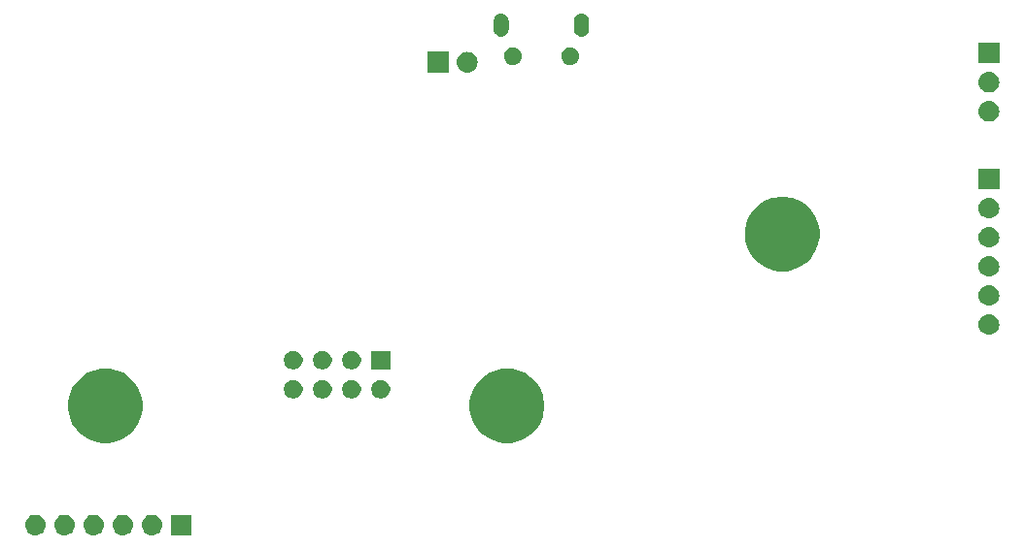
<source format=gbr>
G04 #@! TF.GenerationSoftware,KiCad,Pcbnew,5.1.2-f72e74a~84~ubuntu18.04.1*
G04 #@! TF.CreationDate,2019-05-12T20:09:00+01:00*
G04 #@! TF.ProjectId,cutoff-hardware,6375746f-6666-42d6-9861-726477617265,1.1*
G04 #@! TF.SameCoordinates,Original*
G04 #@! TF.FileFunction,Soldermask,Bot*
G04 #@! TF.FilePolarity,Negative*
%FSLAX46Y46*%
G04 Gerber Fmt 4.6, Leading zero omitted, Abs format (unit mm)*
G04 Created by KiCad (PCBNEW 5.1.2-f72e74a~84~ubuntu18.04.1) date 2019-05-12 20:09:00*
%MOMM*%
%LPD*%
G04 APERTURE LIST*
%ADD10C,0.100000*%
G04 APERTURE END LIST*
D10*
G36*
X123501000Y-115301000D02*
G01*
X121699000Y-115301000D01*
X121699000Y-113499000D01*
X123501000Y-113499000D01*
X123501000Y-115301000D01*
X123501000Y-115301000D01*
G37*
G36*
X120170443Y-113505519D02*
G01*
X120236627Y-113512037D01*
X120406466Y-113563557D01*
X120562991Y-113647222D01*
X120598729Y-113676552D01*
X120700186Y-113759814D01*
X120783448Y-113861271D01*
X120812778Y-113897009D01*
X120896443Y-114053534D01*
X120947963Y-114223373D01*
X120965359Y-114400000D01*
X120947963Y-114576627D01*
X120896443Y-114746466D01*
X120812778Y-114902991D01*
X120783448Y-114938729D01*
X120700186Y-115040186D01*
X120598729Y-115123448D01*
X120562991Y-115152778D01*
X120406466Y-115236443D01*
X120236627Y-115287963D01*
X120170442Y-115294482D01*
X120104260Y-115301000D01*
X120015740Y-115301000D01*
X119949558Y-115294482D01*
X119883373Y-115287963D01*
X119713534Y-115236443D01*
X119557009Y-115152778D01*
X119521271Y-115123448D01*
X119419814Y-115040186D01*
X119336552Y-114938729D01*
X119307222Y-114902991D01*
X119223557Y-114746466D01*
X119172037Y-114576627D01*
X119154641Y-114400000D01*
X119172037Y-114223373D01*
X119223557Y-114053534D01*
X119307222Y-113897009D01*
X119336552Y-113861271D01*
X119419814Y-113759814D01*
X119521271Y-113676552D01*
X119557009Y-113647222D01*
X119713534Y-113563557D01*
X119883373Y-113512037D01*
X119949557Y-113505519D01*
X120015740Y-113499000D01*
X120104260Y-113499000D01*
X120170443Y-113505519D01*
X120170443Y-113505519D01*
G37*
G36*
X110010443Y-113505519D02*
G01*
X110076627Y-113512037D01*
X110246466Y-113563557D01*
X110402991Y-113647222D01*
X110438729Y-113676552D01*
X110540186Y-113759814D01*
X110623448Y-113861271D01*
X110652778Y-113897009D01*
X110736443Y-114053534D01*
X110787963Y-114223373D01*
X110805359Y-114400000D01*
X110787963Y-114576627D01*
X110736443Y-114746466D01*
X110652778Y-114902991D01*
X110623448Y-114938729D01*
X110540186Y-115040186D01*
X110438729Y-115123448D01*
X110402991Y-115152778D01*
X110246466Y-115236443D01*
X110076627Y-115287963D01*
X110010442Y-115294482D01*
X109944260Y-115301000D01*
X109855740Y-115301000D01*
X109789558Y-115294482D01*
X109723373Y-115287963D01*
X109553534Y-115236443D01*
X109397009Y-115152778D01*
X109361271Y-115123448D01*
X109259814Y-115040186D01*
X109176552Y-114938729D01*
X109147222Y-114902991D01*
X109063557Y-114746466D01*
X109012037Y-114576627D01*
X108994641Y-114400000D01*
X109012037Y-114223373D01*
X109063557Y-114053534D01*
X109147222Y-113897009D01*
X109176552Y-113861271D01*
X109259814Y-113759814D01*
X109361271Y-113676552D01*
X109397009Y-113647222D01*
X109553534Y-113563557D01*
X109723373Y-113512037D01*
X109789557Y-113505519D01*
X109855740Y-113499000D01*
X109944260Y-113499000D01*
X110010443Y-113505519D01*
X110010443Y-113505519D01*
G37*
G36*
X112550443Y-113505519D02*
G01*
X112616627Y-113512037D01*
X112786466Y-113563557D01*
X112942991Y-113647222D01*
X112978729Y-113676552D01*
X113080186Y-113759814D01*
X113163448Y-113861271D01*
X113192778Y-113897009D01*
X113276443Y-114053534D01*
X113327963Y-114223373D01*
X113345359Y-114400000D01*
X113327963Y-114576627D01*
X113276443Y-114746466D01*
X113192778Y-114902991D01*
X113163448Y-114938729D01*
X113080186Y-115040186D01*
X112978729Y-115123448D01*
X112942991Y-115152778D01*
X112786466Y-115236443D01*
X112616627Y-115287963D01*
X112550442Y-115294482D01*
X112484260Y-115301000D01*
X112395740Y-115301000D01*
X112329558Y-115294482D01*
X112263373Y-115287963D01*
X112093534Y-115236443D01*
X111937009Y-115152778D01*
X111901271Y-115123448D01*
X111799814Y-115040186D01*
X111716552Y-114938729D01*
X111687222Y-114902991D01*
X111603557Y-114746466D01*
X111552037Y-114576627D01*
X111534641Y-114400000D01*
X111552037Y-114223373D01*
X111603557Y-114053534D01*
X111687222Y-113897009D01*
X111716552Y-113861271D01*
X111799814Y-113759814D01*
X111901271Y-113676552D01*
X111937009Y-113647222D01*
X112093534Y-113563557D01*
X112263373Y-113512037D01*
X112329557Y-113505519D01*
X112395740Y-113499000D01*
X112484260Y-113499000D01*
X112550443Y-113505519D01*
X112550443Y-113505519D01*
G37*
G36*
X115090443Y-113505519D02*
G01*
X115156627Y-113512037D01*
X115326466Y-113563557D01*
X115482991Y-113647222D01*
X115518729Y-113676552D01*
X115620186Y-113759814D01*
X115703448Y-113861271D01*
X115732778Y-113897009D01*
X115816443Y-114053534D01*
X115867963Y-114223373D01*
X115885359Y-114400000D01*
X115867963Y-114576627D01*
X115816443Y-114746466D01*
X115732778Y-114902991D01*
X115703448Y-114938729D01*
X115620186Y-115040186D01*
X115518729Y-115123448D01*
X115482991Y-115152778D01*
X115326466Y-115236443D01*
X115156627Y-115287963D01*
X115090442Y-115294482D01*
X115024260Y-115301000D01*
X114935740Y-115301000D01*
X114869558Y-115294482D01*
X114803373Y-115287963D01*
X114633534Y-115236443D01*
X114477009Y-115152778D01*
X114441271Y-115123448D01*
X114339814Y-115040186D01*
X114256552Y-114938729D01*
X114227222Y-114902991D01*
X114143557Y-114746466D01*
X114092037Y-114576627D01*
X114074641Y-114400000D01*
X114092037Y-114223373D01*
X114143557Y-114053534D01*
X114227222Y-113897009D01*
X114256552Y-113861271D01*
X114339814Y-113759814D01*
X114441271Y-113676552D01*
X114477009Y-113647222D01*
X114633534Y-113563557D01*
X114803373Y-113512037D01*
X114869557Y-113505519D01*
X114935740Y-113499000D01*
X115024260Y-113499000D01*
X115090443Y-113505519D01*
X115090443Y-113505519D01*
G37*
G36*
X117630443Y-113505519D02*
G01*
X117696627Y-113512037D01*
X117866466Y-113563557D01*
X118022991Y-113647222D01*
X118058729Y-113676552D01*
X118160186Y-113759814D01*
X118243448Y-113861271D01*
X118272778Y-113897009D01*
X118356443Y-114053534D01*
X118407963Y-114223373D01*
X118425359Y-114400000D01*
X118407963Y-114576627D01*
X118356443Y-114746466D01*
X118272778Y-114902991D01*
X118243448Y-114938729D01*
X118160186Y-115040186D01*
X118058729Y-115123448D01*
X118022991Y-115152778D01*
X117866466Y-115236443D01*
X117696627Y-115287963D01*
X117630442Y-115294482D01*
X117564260Y-115301000D01*
X117475740Y-115301000D01*
X117409558Y-115294482D01*
X117343373Y-115287963D01*
X117173534Y-115236443D01*
X117017009Y-115152778D01*
X116981271Y-115123448D01*
X116879814Y-115040186D01*
X116796552Y-114938729D01*
X116767222Y-114902991D01*
X116683557Y-114746466D01*
X116632037Y-114576627D01*
X116614641Y-114400000D01*
X116632037Y-114223373D01*
X116683557Y-114053534D01*
X116767222Y-113897009D01*
X116796552Y-113861271D01*
X116879814Y-113759814D01*
X116981271Y-113676552D01*
X117017009Y-113647222D01*
X117173534Y-113563557D01*
X117343373Y-113512037D01*
X117409557Y-113505519D01*
X117475740Y-113499000D01*
X117564260Y-113499000D01*
X117630443Y-113505519D01*
X117630443Y-113505519D01*
G37*
G36*
X116484877Y-100781757D02*
G01*
X116948282Y-100873934D01*
X117539926Y-101119001D01*
X118072392Y-101474784D01*
X118525216Y-101927608D01*
X118880999Y-102460074D01*
X119126066Y-103051718D01*
X119179780Y-103321757D01*
X119251000Y-103679803D01*
X119251000Y-104320197D01*
X119188533Y-104634239D01*
X119126066Y-104948282D01*
X118880999Y-105539926D01*
X118525216Y-106072392D01*
X118072392Y-106525216D01*
X117539926Y-106880999D01*
X116948282Y-107126066D01*
X116634239Y-107188533D01*
X116320197Y-107251000D01*
X115679803Y-107251000D01*
X115365761Y-107188533D01*
X115051718Y-107126066D01*
X114460074Y-106880999D01*
X113927608Y-106525216D01*
X113474784Y-106072392D01*
X113119001Y-105539926D01*
X112873934Y-104948282D01*
X112811467Y-104634239D01*
X112749000Y-104320197D01*
X112749000Y-103679803D01*
X112820220Y-103321757D01*
X112873934Y-103051718D01*
X113119001Y-102460074D01*
X113474784Y-101927608D01*
X113927608Y-101474784D01*
X114460074Y-101119001D01*
X115051718Y-100873934D01*
X115515123Y-100781757D01*
X115679803Y-100749000D01*
X116320197Y-100749000D01*
X116484877Y-100781757D01*
X116484877Y-100781757D01*
G37*
G36*
X151484877Y-100781757D02*
G01*
X151948282Y-100873934D01*
X152539926Y-101119001D01*
X153072392Y-101474784D01*
X153525216Y-101927608D01*
X153880999Y-102460074D01*
X154126066Y-103051718D01*
X154179780Y-103321757D01*
X154251000Y-103679803D01*
X154251000Y-104320197D01*
X154188533Y-104634239D01*
X154126066Y-104948282D01*
X153880999Y-105539926D01*
X153525216Y-106072392D01*
X153072392Y-106525216D01*
X152539926Y-106880999D01*
X151948282Y-107126066D01*
X151634239Y-107188533D01*
X151320197Y-107251000D01*
X150679803Y-107251000D01*
X150365761Y-107188533D01*
X150051718Y-107126066D01*
X149460074Y-106880999D01*
X148927608Y-106525216D01*
X148474784Y-106072392D01*
X148119001Y-105539926D01*
X147873934Y-104948282D01*
X147811467Y-104634239D01*
X147749000Y-104320197D01*
X147749000Y-103679803D01*
X147820220Y-103321757D01*
X147873934Y-103051718D01*
X148119001Y-102460074D01*
X148474784Y-101927608D01*
X148927608Y-101474784D01*
X149460074Y-101119001D01*
X150051718Y-100873934D01*
X150515123Y-100781757D01*
X150679803Y-100749000D01*
X151320197Y-100749000D01*
X151484877Y-100781757D01*
X151484877Y-100781757D01*
G37*
G36*
X140237142Y-101758242D02*
G01*
X140385101Y-101819529D01*
X140518255Y-101908499D01*
X140631501Y-102021745D01*
X140720471Y-102154899D01*
X140781758Y-102302858D01*
X140813000Y-102459925D01*
X140813000Y-102620075D01*
X140781758Y-102777142D01*
X140720471Y-102925101D01*
X140631501Y-103058255D01*
X140518255Y-103171501D01*
X140385101Y-103260471D01*
X140237142Y-103321758D01*
X140080075Y-103353000D01*
X139919925Y-103353000D01*
X139762858Y-103321758D01*
X139614899Y-103260471D01*
X139481745Y-103171501D01*
X139368499Y-103058255D01*
X139279529Y-102925101D01*
X139218242Y-102777142D01*
X139187000Y-102620075D01*
X139187000Y-102459925D01*
X139218242Y-102302858D01*
X139279529Y-102154899D01*
X139368499Y-102021745D01*
X139481745Y-101908499D01*
X139614899Y-101819529D01*
X139762858Y-101758242D01*
X139919925Y-101727000D01*
X140080075Y-101727000D01*
X140237142Y-101758242D01*
X140237142Y-101758242D01*
G37*
G36*
X132617142Y-101758242D02*
G01*
X132765101Y-101819529D01*
X132898255Y-101908499D01*
X133011501Y-102021745D01*
X133100471Y-102154899D01*
X133161758Y-102302858D01*
X133193000Y-102459925D01*
X133193000Y-102620075D01*
X133161758Y-102777142D01*
X133100471Y-102925101D01*
X133011501Y-103058255D01*
X132898255Y-103171501D01*
X132765101Y-103260471D01*
X132617142Y-103321758D01*
X132460075Y-103353000D01*
X132299925Y-103353000D01*
X132142858Y-103321758D01*
X131994899Y-103260471D01*
X131861745Y-103171501D01*
X131748499Y-103058255D01*
X131659529Y-102925101D01*
X131598242Y-102777142D01*
X131567000Y-102620075D01*
X131567000Y-102459925D01*
X131598242Y-102302858D01*
X131659529Y-102154899D01*
X131748499Y-102021745D01*
X131861745Y-101908499D01*
X131994899Y-101819529D01*
X132142858Y-101758242D01*
X132299925Y-101727000D01*
X132460075Y-101727000D01*
X132617142Y-101758242D01*
X132617142Y-101758242D01*
G37*
G36*
X135157142Y-101758242D02*
G01*
X135305101Y-101819529D01*
X135438255Y-101908499D01*
X135551501Y-102021745D01*
X135640471Y-102154899D01*
X135701758Y-102302858D01*
X135733000Y-102459925D01*
X135733000Y-102620075D01*
X135701758Y-102777142D01*
X135640471Y-102925101D01*
X135551501Y-103058255D01*
X135438255Y-103171501D01*
X135305101Y-103260471D01*
X135157142Y-103321758D01*
X135000075Y-103353000D01*
X134839925Y-103353000D01*
X134682858Y-103321758D01*
X134534899Y-103260471D01*
X134401745Y-103171501D01*
X134288499Y-103058255D01*
X134199529Y-102925101D01*
X134138242Y-102777142D01*
X134107000Y-102620075D01*
X134107000Y-102459925D01*
X134138242Y-102302858D01*
X134199529Y-102154899D01*
X134288499Y-102021745D01*
X134401745Y-101908499D01*
X134534899Y-101819529D01*
X134682858Y-101758242D01*
X134839925Y-101727000D01*
X135000075Y-101727000D01*
X135157142Y-101758242D01*
X135157142Y-101758242D01*
G37*
G36*
X137697142Y-101758242D02*
G01*
X137845101Y-101819529D01*
X137978255Y-101908499D01*
X138091501Y-102021745D01*
X138180471Y-102154899D01*
X138241758Y-102302858D01*
X138273000Y-102459925D01*
X138273000Y-102620075D01*
X138241758Y-102777142D01*
X138180471Y-102925101D01*
X138091501Y-103058255D01*
X137978255Y-103171501D01*
X137845101Y-103260471D01*
X137697142Y-103321758D01*
X137540075Y-103353000D01*
X137379925Y-103353000D01*
X137222858Y-103321758D01*
X137074899Y-103260471D01*
X136941745Y-103171501D01*
X136828499Y-103058255D01*
X136739529Y-102925101D01*
X136678242Y-102777142D01*
X136647000Y-102620075D01*
X136647000Y-102459925D01*
X136678242Y-102302858D01*
X136739529Y-102154899D01*
X136828499Y-102021745D01*
X136941745Y-101908499D01*
X137074899Y-101819529D01*
X137222858Y-101758242D01*
X137379925Y-101727000D01*
X137540075Y-101727000D01*
X137697142Y-101758242D01*
X137697142Y-101758242D01*
G37*
G36*
X140813000Y-100813000D02*
G01*
X139187000Y-100813000D01*
X139187000Y-99187000D01*
X140813000Y-99187000D01*
X140813000Y-100813000D01*
X140813000Y-100813000D01*
G37*
G36*
X135157142Y-99218242D02*
G01*
X135305101Y-99279529D01*
X135438255Y-99368499D01*
X135551501Y-99481745D01*
X135640471Y-99614899D01*
X135701758Y-99762858D01*
X135733000Y-99919925D01*
X135733000Y-100080075D01*
X135701758Y-100237142D01*
X135640471Y-100385101D01*
X135551501Y-100518255D01*
X135438255Y-100631501D01*
X135305101Y-100720471D01*
X135157142Y-100781758D01*
X135000075Y-100813000D01*
X134839925Y-100813000D01*
X134682858Y-100781758D01*
X134534899Y-100720471D01*
X134401745Y-100631501D01*
X134288499Y-100518255D01*
X134199529Y-100385101D01*
X134138242Y-100237142D01*
X134107000Y-100080075D01*
X134107000Y-99919925D01*
X134138242Y-99762858D01*
X134199529Y-99614899D01*
X134288499Y-99481745D01*
X134401745Y-99368499D01*
X134534899Y-99279529D01*
X134682858Y-99218242D01*
X134839925Y-99187000D01*
X135000075Y-99187000D01*
X135157142Y-99218242D01*
X135157142Y-99218242D01*
G37*
G36*
X132617142Y-99218242D02*
G01*
X132765101Y-99279529D01*
X132898255Y-99368499D01*
X133011501Y-99481745D01*
X133100471Y-99614899D01*
X133161758Y-99762858D01*
X133193000Y-99919925D01*
X133193000Y-100080075D01*
X133161758Y-100237142D01*
X133100471Y-100385101D01*
X133011501Y-100518255D01*
X132898255Y-100631501D01*
X132765101Y-100720471D01*
X132617142Y-100781758D01*
X132460075Y-100813000D01*
X132299925Y-100813000D01*
X132142858Y-100781758D01*
X131994899Y-100720471D01*
X131861745Y-100631501D01*
X131748499Y-100518255D01*
X131659529Y-100385101D01*
X131598242Y-100237142D01*
X131567000Y-100080075D01*
X131567000Y-99919925D01*
X131598242Y-99762858D01*
X131659529Y-99614899D01*
X131748499Y-99481745D01*
X131861745Y-99368499D01*
X131994899Y-99279529D01*
X132142858Y-99218242D01*
X132299925Y-99187000D01*
X132460075Y-99187000D01*
X132617142Y-99218242D01*
X132617142Y-99218242D01*
G37*
G36*
X137697142Y-99218242D02*
G01*
X137845101Y-99279529D01*
X137978255Y-99368499D01*
X138091501Y-99481745D01*
X138180471Y-99614899D01*
X138241758Y-99762858D01*
X138273000Y-99919925D01*
X138273000Y-100080075D01*
X138241758Y-100237142D01*
X138180471Y-100385101D01*
X138091501Y-100518255D01*
X137978255Y-100631501D01*
X137845101Y-100720471D01*
X137697142Y-100781758D01*
X137540075Y-100813000D01*
X137379925Y-100813000D01*
X137222858Y-100781758D01*
X137074899Y-100720471D01*
X136941745Y-100631501D01*
X136828499Y-100518255D01*
X136739529Y-100385101D01*
X136678242Y-100237142D01*
X136647000Y-100080075D01*
X136647000Y-99919925D01*
X136678242Y-99762858D01*
X136739529Y-99614899D01*
X136828499Y-99481745D01*
X136941745Y-99368499D01*
X137074899Y-99279529D01*
X137222858Y-99218242D01*
X137379925Y-99187000D01*
X137540075Y-99187000D01*
X137697142Y-99218242D01*
X137697142Y-99218242D01*
G37*
G36*
X193110443Y-96005519D02*
G01*
X193176627Y-96012037D01*
X193346466Y-96063557D01*
X193502991Y-96147222D01*
X193538729Y-96176552D01*
X193640186Y-96259814D01*
X193723448Y-96361271D01*
X193752778Y-96397009D01*
X193836443Y-96553534D01*
X193887963Y-96723373D01*
X193905359Y-96900000D01*
X193887963Y-97076627D01*
X193836443Y-97246466D01*
X193752778Y-97402991D01*
X193723448Y-97438729D01*
X193640186Y-97540186D01*
X193538729Y-97623448D01*
X193502991Y-97652778D01*
X193346466Y-97736443D01*
X193176627Y-97787963D01*
X193110443Y-97794481D01*
X193044260Y-97801000D01*
X192955740Y-97801000D01*
X192889557Y-97794481D01*
X192823373Y-97787963D01*
X192653534Y-97736443D01*
X192497009Y-97652778D01*
X192461271Y-97623448D01*
X192359814Y-97540186D01*
X192276552Y-97438729D01*
X192247222Y-97402991D01*
X192163557Y-97246466D01*
X192112037Y-97076627D01*
X192094641Y-96900000D01*
X192112037Y-96723373D01*
X192163557Y-96553534D01*
X192247222Y-96397009D01*
X192276552Y-96361271D01*
X192359814Y-96259814D01*
X192461271Y-96176552D01*
X192497009Y-96147222D01*
X192653534Y-96063557D01*
X192823373Y-96012037D01*
X192889557Y-96005519D01*
X192955740Y-95999000D01*
X193044260Y-95999000D01*
X193110443Y-96005519D01*
X193110443Y-96005519D01*
G37*
G36*
X193110443Y-93465519D02*
G01*
X193176627Y-93472037D01*
X193346466Y-93523557D01*
X193502991Y-93607222D01*
X193538729Y-93636552D01*
X193640186Y-93719814D01*
X193723448Y-93821271D01*
X193752778Y-93857009D01*
X193836443Y-94013534D01*
X193887963Y-94183373D01*
X193905359Y-94360000D01*
X193887963Y-94536627D01*
X193836443Y-94706466D01*
X193752778Y-94862991D01*
X193723448Y-94898729D01*
X193640186Y-95000186D01*
X193538729Y-95083448D01*
X193502991Y-95112778D01*
X193346466Y-95196443D01*
X193176627Y-95247963D01*
X193110442Y-95254482D01*
X193044260Y-95261000D01*
X192955740Y-95261000D01*
X192889557Y-95254481D01*
X192823373Y-95247963D01*
X192653534Y-95196443D01*
X192497009Y-95112778D01*
X192461271Y-95083448D01*
X192359814Y-95000186D01*
X192276552Y-94898729D01*
X192247222Y-94862991D01*
X192163557Y-94706466D01*
X192112037Y-94536627D01*
X192094641Y-94360000D01*
X192112037Y-94183373D01*
X192163557Y-94013534D01*
X192247222Y-93857009D01*
X192276552Y-93821271D01*
X192359814Y-93719814D01*
X192461271Y-93636552D01*
X192497009Y-93607222D01*
X192653534Y-93523557D01*
X192823373Y-93472037D01*
X192889557Y-93465519D01*
X192955740Y-93459000D01*
X193044260Y-93459000D01*
X193110443Y-93465519D01*
X193110443Y-93465519D01*
G37*
G36*
X193110442Y-90925518D02*
G01*
X193176627Y-90932037D01*
X193346466Y-90983557D01*
X193346468Y-90983558D01*
X193377844Y-91000329D01*
X193502991Y-91067222D01*
X193538729Y-91096552D01*
X193640186Y-91179814D01*
X193712925Y-91268448D01*
X193752778Y-91317009D01*
X193836443Y-91473534D01*
X193887963Y-91643373D01*
X193905359Y-91820000D01*
X193887963Y-91996627D01*
X193836443Y-92166466D01*
X193752778Y-92322991D01*
X193723448Y-92358729D01*
X193640186Y-92460186D01*
X193538729Y-92543448D01*
X193502991Y-92572778D01*
X193346466Y-92656443D01*
X193176627Y-92707963D01*
X193110442Y-92714482D01*
X193044260Y-92721000D01*
X192955740Y-92721000D01*
X192889558Y-92714482D01*
X192823373Y-92707963D01*
X192653534Y-92656443D01*
X192497009Y-92572778D01*
X192461271Y-92543448D01*
X192359814Y-92460186D01*
X192276552Y-92358729D01*
X192247222Y-92322991D01*
X192163557Y-92166466D01*
X192112037Y-91996627D01*
X192094641Y-91820000D01*
X192112037Y-91643373D01*
X192163557Y-91473534D01*
X192247222Y-91317009D01*
X192287075Y-91268448D01*
X192359814Y-91179814D01*
X192461271Y-91096552D01*
X192497009Y-91067222D01*
X192622156Y-91000329D01*
X192653532Y-90983558D01*
X192653534Y-90983557D01*
X192823373Y-90932037D01*
X192889557Y-90925519D01*
X192955740Y-90919000D01*
X193044260Y-90919000D01*
X193110442Y-90925518D01*
X193110442Y-90925518D01*
G37*
G36*
X175634239Y-85811467D02*
G01*
X175948282Y-85873934D01*
X176539926Y-86119001D01*
X177072392Y-86474784D01*
X177525216Y-86927608D01*
X177880999Y-87460074D01*
X178126066Y-88051718D01*
X178126066Y-88051719D01*
X178251000Y-88679803D01*
X178251000Y-89320197D01*
X178223863Y-89456625D01*
X178126066Y-89948282D01*
X177880999Y-90539926D01*
X177633265Y-90910685D01*
X177528671Y-91067222D01*
X177525216Y-91072392D01*
X177072392Y-91525216D01*
X176539926Y-91880999D01*
X175948282Y-92126066D01*
X175745177Y-92166466D01*
X175320197Y-92251000D01*
X174679803Y-92251000D01*
X174254823Y-92166466D01*
X174051718Y-92126066D01*
X173460074Y-91880999D01*
X172927608Y-91525216D01*
X172474784Y-91072392D01*
X172471330Y-91067222D01*
X172366735Y-90910685D01*
X172119001Y-90539926D01*
X171873934Y-89948282D01*
X171776137Y-89456625D01*
X171749000Y-89320197D01*
X171749000Y-88679803D01*
X171873934Y-88051719D01*
X171873934Y-88051718D01*
X172119001Y-87460074D01*
X172474784Y-86927608D01*
X172927608Y-86474784D01*
X173460074Y-86119001D01*
X174051718Y-85873934D01*
X174365761Y-85811467D01*
X174679803Y-85749000D01*
X175320197Y-85749000D01*
X175634239Y-85811467D01*
X175634239Y-85811467D01*
G37*
G36*
X193110442Y-88385518D02*
G01*
X193176627Y-88392037D01*
X193346466Y-88443557D01*
X193502991Y-88527222D01*
X193529527Y-88549000D01*
X193640186Y-88639814D01*
X193699840Y-88712504D01*
X193752778Y-88777009D01*
X193836443Y-88933534D01*
X193887963Y-89103373D01*
X193905359Y-89280000D01*
X193887963Y-89456627D01*
X193836443Y-89626466D01*
X193752778Y-89782991D01*
X193723448Y-89818729D01*
X193640186Y-89920186D01*
X193538729Y-90003448D01*
X193502991Y-90032778D01*
X193346466Y-90116443D01*
X193176627Y-90167963D01*
X193110442Y-90174482D01*
X193044260Y-90181000D01*
X192955740Y-90181000D01*
X192889558Y-90174482D01*
X192823373Y-90167963D01*
X192653534Y-90116443D01*
X192497009Y-90032778D01*
X192461271Y-90003448D01*
X192359814Y-89920186D01*
X192276552Y-89818729D01*
X192247222Y-89782991D01*
X192163557Y-89626466D01*
X192112037Y-89456627D01*
X192094641Y-89280000D01*
X192112037Y-89103373D01*
X192163557Y-88933534D01*
X192247222Y-88777009D01*
X192300160Y-88712504D01*
X192359814Y-88639814D01*
X192470473Y-88549000D01*
X192497009Y-88527222D01*
X192653534Y-88443557D01*
X192823373Y-88392037D01*
X192889558Y-88385518D01*
X192955740Y-88379000D01*
X193044260Y-88379000D01*
X193110442Y-88385518D01*
X193110442Y-88385518D01*
G37*
G36*
X193110443Y-85845519D02*
G01*
X193176627Y-85852037D01*
X193346466Y-85903557D01*
X193502991Y-85987222D01*
X193538729Y-86016552D01*
X193640186Y-86099814D01*
X193722675Y-86200329D01*
X193752778Y-86237009D01*
X193836443Y-86393534D01*
X193887963Y-86563373D01*
X193905359Y-86740000D01*
X193887963Y-86916627D01*
X193836443Y-87086466D01*
X193752778Y-87242991D01*
X193740030Y-87258524D01*
X193640186Y-87380186D01*
X193542841Y-87460074D01*
X193502991Y-87492778D01*
X193346466Y-87576443D01*
X193176627Y-87627963D01*
X193110442Y-87634482D01*
X193044260Y-87641000D01*
X192955740Y-87641000D01*
X192889558Y-87634482D01*
X192823373Y-87627963D01*
X192653534Y-87576443D01*
X192497009Y-87492778D01*
X192457159Y-87460074D01*
X192359814Y-87380186D01*
X192259970Y-87258524D01*
X192247222Y-87242991D01*
X192163557Y-87086466D01*
X192112037Y-86916627D01*
X192094641Y-86740000D01*
X192112037Y-86563373D01*
X192163557Y-86393534D01*
X192247222Y-86237009D01*
X192277325Y-86200329D01*
X192359814Y-86099814D01*
X192461271Y-86016552D01*
X192497009Y-85987222D01*
X192653534Y-85903557D01*
X192823373Y-85852037D01*
X192889557Y-85845519D01*
X192955740Y-85839000D01*
X193044260Y-85839000D01*
X193110443Y-85845519D01*
X193110443Y-85845519D01*
G37*
G36*
X193901000Y-85101000D02*
G01*
X192099000Y-85101000D01*
X192099000Y-83299000D01*
X193901000Y-83299000D01*
X193901000Y-85101000D01*
X193901000Y-85101000D01*
G37*
G36*
X193110443Y-77385519D02*
G01*
X193176627Y-77392037D01*
X193346466Y-77443557D01*
X193502991Y-77527222D01*
X193538729Y-77556552D01*
X193640186Y-77639814D01*
X193723448Y-77741271D01*
X193752778Y-77777009D01*
X193836443Y-77933534D01*
X193887963Y-78103373D01*
X193905359Y-78280000D01*
X193887963Y-78456627D01*
X193836443Y-78626466D01*
X193752778Y-78782991D01*
X193723448Y-78818729D01*
X193640186Y-78920186D01*
X193538729Y-79003448D01*
X193502991Y-79032778D01*
X193346466Y-79116443D01*
X193176627Y-79167963D01*
X193110442Y-79174482D01*
X193044260Y-79181000D01*
X192955740Y-79181000D01*
X192889558Y-79174482D01*
X192823373Y-79167963D01*
X192653534Y-79116443D01*
X192497009Y-79032778D01*
X192461271Y-79003448D01*
X192359814Y-78920186D01*
X192276552Y-78818729D01*
X192247222Y-78782991D01*
X192163557Y-78626466D01*
X192112037Y-78456627D01*
X192094641Y-78280000D01*
X192112037Y-78103373D01*
X192163557Y-77933534D01*
X192247222Y-77777009D01*
X192276552Y-77741271D01*
X192359814Y-77639814D01*
X192461271Y-77556552D01*
X192497009Y-77527222D01*
X192653534Y-77443557D01*
X192823373Y-77392037D01*
X192889557Y-77385519D01*
X192955740Y-77379000D01*
X193044260Y-77379000D01*
X193110443Y-77385519D01*
X193110443Y-77385519D01*
G37*
G36*
X193110443Y-74845519D02*
G01*
X193176627Y-74852037D01*
X193346466Y-74903557D01*
X193502991Y-74987222D01*
X193538729Y-75016552D01*
X193640186Y-75099814D01*
X193723448Y-75201271D01*
X193752778Y-75237009D01*
X193836443Y-75393534D01*
X193887963Y-75563373D01*
X193905359Y-75740000D01*
X193887963Y-75916627D01*
X193836443Y-76086466D01*
X193752778Y-76242991D01*
X193723448Y-76278729D01*
X193640186Y-76380186D01*
X193538729Y-76463448D01*
X193502991Y-76492778D01*
X193346466Y-76576443D01*
X193176627Y-76627963D01*
X193110443Y-76634481D01*
X193044260Y-76641000D01*
X192955740Y-76641000D01*
X192889557Y-76634481D01*
X192823373Y-76627963D01*
X192653534Y-76576443D01*
X192497009Y-76492778D01*
X192461271Y-76463448D01*
X192359814Y-76380186D01*
X192276552Y-76278729D01*
X192247222Y-76242991D01*
X192163557Y-76086466D01*
X192112037Y-75916627D01*
X192094641Y-75740000D01*
X192112037Y-75563373D01*
X192163557Y-75393534D01*
X192247222Y-75237009D01*
X192276552Y-75201271D01*
X192359814Y-75099814D01*
X192461271Y-75016552D01*
X192497009Y-74987222D01*
X192653534Y-74903557D01*
X192823373Y-74852037D01*
X192889557Y-74845519D01*
X192955740Y-74839000D01*
X193044260Y-74839000D01*
X193110443Y-74845519D01*
X193110443Y-74845519D01*
G37*
G36*
X145901000Y-74901000D02*
G01*
X144099000Y-74901000D01*
X144099000Y-73099000D01*
X145901000Y-73099000D01*
X145901000Y-74901000D01*
X145901000Y-74901000D01*
G37*
G36*
X147650442Y-73105518D02*
G01*
X147716627Y-73112037D01*
X147886466Y-73163557D01*
X148042991Y-73247222D01*
X148078729Y-73276552D01*
X148180186Y-73359814D01*
X148263448Y-73461271D01*
X148292778Y-73497009D01*
X148376443Y-73653534D01*
X148427963Y-73823373D01*
X148445359Y-74000000D01*
X148427963Y-74176627D01*
X148376443Y-74346466D01*
X148292778Y-74502991D01*
X148263448Y-74538729D01*
X148180186Y-74640186D01*
X148078729Y-74723448D01*
X148042991Y-74752778D01*
X147886466Y-74836443D01*
X147716627Y-74887963D01*
X147650443Y-74894481D01*
X147584260Y-74901000D01*
X147495740Y-74901000D01*
X147429557Y-74894481D01*
X147363373Y-74887963D01*
X147193534Y-74836443D01*
X147037009Y-74752778D01*
X147001271Y-74723448D01*
X146899814Y-74640186D01*
X146816552Y-74538729D01*
X146787222Y-74502991D01*
X146703557Y-74346466D01*
X146652037Y-74176627D01*
X146634641Y-74000000D01*
X146652037Y-73823373D01*
X146703557Y-73653534D01*
X146787222Y-73497009D01*
X146816552Y-73461271D01*
X146899814Y-73359814D01*
X147001271Y-73276552D01*
X147037009Y-73247222D01*
X147193534Y-73163557D01*
X147363373Y-73112037D01*
X147429558Y-73105518D01*
X147495740Y-73099000D01*
X147584260Y-73099000D01*
X147650442Y-73105518D01*
X147650442Y-73105518D01*
G37*
G36*
X151726348Y-72716320D02*
G01*
X151726350Y-72716321D01*
X151726351Y-72716321D01*
X151867574Y-72774817D01*
X151867577Y-72774819D01*
X151994669Y-72859739D01*
X152102761Y-72967831D01*
X152187681Y-73094923D01*
X152187683Y-73094926D01*
X152216111Y-73163558D01*
X152246180Y-73236152D01*
X152276000Y-73386069D01*
X152276000Y-73538931D01*
X152253205Y-73653532D01*
X152246179Y-73688851D01*
X152187683Y-73830074D01*
X152187681Y-73830077D01*
X152102761Y-73957169D01*
X151994669Y-74065261D01*
X151867577Y-74150181D01*
X151867574Y-74150183D01*
X151726351Y-74208679D01*
X151726350Y-74208679D01*
X151726348Y-74208680D01*
X151576431Y-74238500D01*
X151423569Y-74238500D01*
X151273652Y-74208680D01*
X151273650Y-74208679D01*
X151273649Y-74208679D01*
X151132426Y-74150183D01*
X151132423Y-74150181D01*
X151005331Y-74065261D01*
X150897239Y-73957169D01*
X150812319Y-73830077D01*
X150812317Y-73830074D01*
X150753821Y-73688851D01*
X150746796Y-73653532D01*
X150724000Y-73538931D01*
X150724000Y-73386069D01*
X150753820Y-73236152D01*
X150783889Y-73163558D01*
X150812317Y-73094926D01*
X150812319Y-73094923D01*
X150897239Y-72967831D01*
X151005331Y-72859739D01*
X151132423Y-72774819D01*
X151132426Y-72774817D01*
X151273649Y-72716321D01*
X151273650Y-72716321D01*
X151273652Y-72716320D01*
X151423569Y-72686500D01*
X151576431Y-72686500D01*
X151726348Y-72716320D01*
X151726348Y-72716320D01*
G37*
G36*
X156726348Y-72716320D02*
G01*
X156726350Y-72716321D01*
X156726351Y-72716321D01*
X156867574Y-72774817D01*
X156867577Y-72774819D01*
X156994669Y-72859739D01*
X157102761Y-72967831D01*
X157187681Y-73094923D01*
X157187683Y-73094926D01*
X157216111Y-73163558D01*
X157246180Y-73236152D01*
X157276000Y-73386069D01*
X157276000Y-73538931D01*
X157253205Y-73653532D01*
X157246179Y-73688851D01*
X157187683Y-73830074D01*
X157187681Y-73830077D01*
X157102761Y-73957169D01*
X156994669Y-74065261D01*
X156867577Y-74150181D01*
X156867574Y-74150183D01*
X156726351Y-74208679D01*
X156726350Y-74208679D01*
X156726348Y-74208680D01*
X156576431Y-74238500D01*
X156423569Y-74238500D01*
X156273652Y-74208680D01*
X156273650Y-74208679D01*
X156273649Y-74208679D01*
X156132426Y-74150183D01*
X156132423Y-74150181D01*
X156005331Y-74065261D01*
X155897239Y-73957169D01*
X155812319Y-73830077D01*
X155812317Y-73830074D01*
X155753821Y-73688851D01*
X155746796Y-73653532D01*
X155724000Y-73538931D01*
X155724000Y-73386069D01*
X155753820Y-73236152D01*
X155783889Y-73163558D01*
X155812317Y-73094926D01*
X155812319Y-73094923D01*
X155897239Y-72967831D01*
X156005331Y-72859739D01*
X156132423Y-72774819D01*
X156132426Y-72774817D01*
X156273649Y-72716321D01*
X156273650Y-72716321D01*
X156273652Y-72716320D01*
X156423569Y-72686500D01*
X156576431Y-72686500D01*
X156726348Y-72716320D01*
X156726348Y-72716320D01*
G37*
G36*
X193901000Y-74101000D02*
G01*
X192099000Y-74101000D01*
X192099000Y-72299000D01*
X193901000Y-72299000D01*
X193901000Y-74101000D01*
X193901000Y-74101000D01*
G37*
G36*
X157627617Y-69770920D02*
G01*
X157718403Y-69798460D01*
X157750335Y-69808146D01*
X157863424Y-69868594D01*
X157962554Y-69949947D01*
X158043906Y-70049075D01*
X158104354Y-70162164D01*
X158114040Y-70194096D01*
X158141580Y-70284882D01*
X158151000Y-70380527D01*
X158151000Y-71144473D01*
X158141580Y-71240118D01*
X158114040Y-71330904D01*
X158104354Y-71362836D01*
X158043906Y-71475925D01*
X157962554Y-71575054D01*
X157863425Y-71656406D01*
X157750336Y-71716854D01*
X157718404Y-71726540D01*
X157627618Y-71754080D01*
X157500000Y-71766649D01*
X157372383Y-71754080D01*
X157281597Y-71726540D01*
X157249665Y-71716854D01*
X157136576Y-71656406D01*
X157037447Y-71575054D01*
X156956095Y-71475925D01*
X156895648Y-71362837D01*
X156895645Y-71362832D01*
X156858420Y-71240118D01*
X156849000Y-71144473D01*
X156849000Y-70380528D01*
X156858420Y-70284883D01*
X156895645Y-70162169D01*
X156895646Y-70162165D01*
X156956094Y-70049076D01*
X157037447Y-69949946D01*
X157136575Y-69868594D01*
X157249664Y-69808146D01*
X157281596Y-69798460D01*
X157372382Y-69770920D01*
X157500000Y-69758351D01*
X157627617Y-69770920D01*
X157627617Y-69770920D01*
G37*
G36*
X150627618Y-69770920D02*
G01*
X150718404Y-69798460D01*
X150750336Y-69808146D01*
X150863425Y-69868594D01*
X150962554Y-69949946D01*
X151043906Y-70049075D01*
X151104354Y-70162164D01*
X151114040Y-70194096D01*
X151141580Y-70284882D01*
X151151000Y-70380527D01*
X151151000Y-71144473D01*
X151141580Y-71240118D01*
X151114040Y-71330904D01*
X151104354Y-71362836D01*
X151043906Y-71475925D01*
X150962554Y-71575053D01*
X150863424Y-71656406D01*
X150750335Y-71716854D01*
X150718403Y-71726540D01*
X150627617Y-71754080D01*
X150500000Y-71766649D01*
X150372382Y-71754080D01*
X150281596Y-71726540D01*
X150249664Y-71716854D01*
X150136575Y-71656406D01*
X150037447Y-71575054D01*
X149956094Y-71475924D01*
X149895646Y-71362835D01*
X149885960Y-71330903D01*
X149858420Y-71240117D01*
X149849000Y-71144472D01*
X149849000Y-70380527D01*
X149858420Y-70284882D01*
X149895645Y-70162168D01*
X149920608Y-70115466D01*
X149956095Y-70049075D01*
X150037447Y-69949946D01*
X150136576Y-69868594D01*
X150249665Y-69808146D01*
X150281597Y-69798460D01*
X150372383Y-69770920D01*
X150500000Y-69758351D01*
X150627618Y-69770920D01*
X150627618Y-69770920D01*
G37*
M02*

</source>
